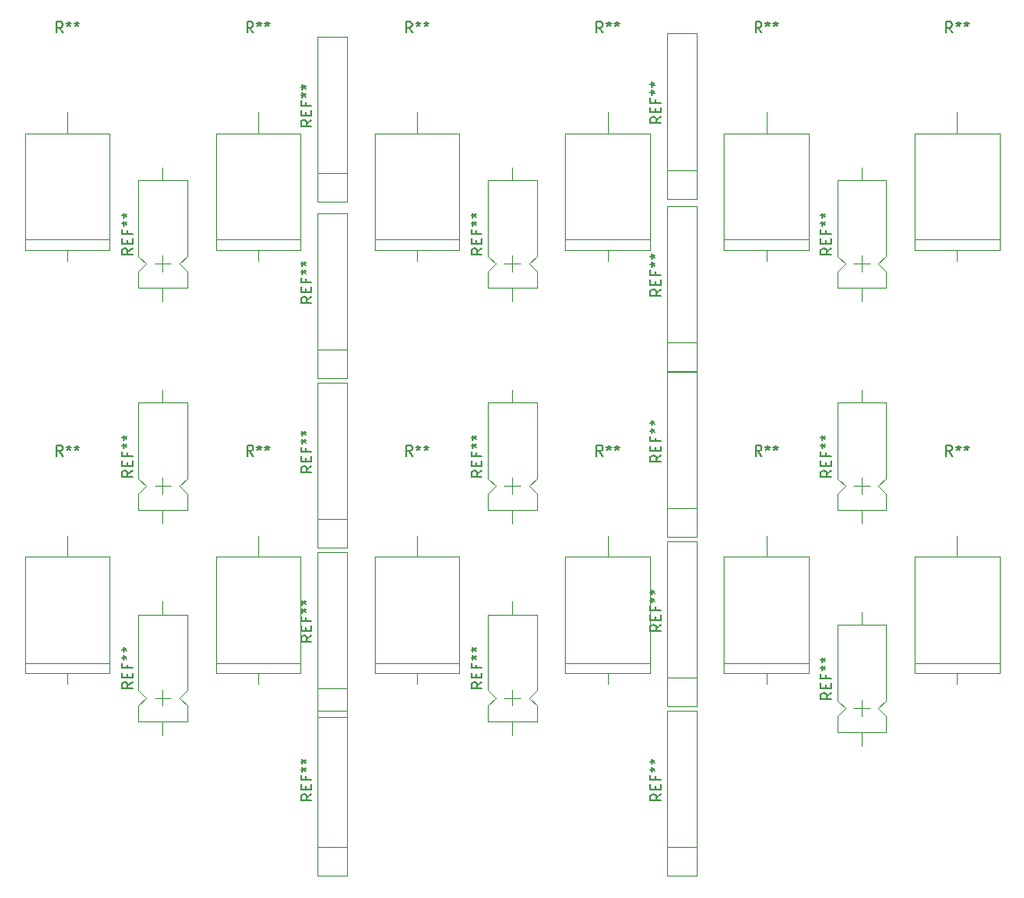
<source format=gbr>
%TF.GenerationSoftware,KiCad,Pcbnew,(5.1.4)-1*%
%TF.CreationDate,2021-02-25T21:00:52+08:00*%
%TF.ProjectId,Coax_fix,436f6178-5f66-4697-982e-6b696361645f,rev?*%
%TF.SameCoordinates,Original*%
%TF.FileFunction,Legend,Top*%
%TF.FilePolarity,Positive*%
%FSLAX46Y46*%
G04 Gerber Fmt 4.6, Leading zero omitted, Abs format (unit mm)*
G04 Created by KiCad (PCBNEW (5.1.4)-1) date 2021-02-25 21:00:52*
%MOMM*%
%LPD*%
G04 APERTURE LIST*
%ADD10C,0.120000*%
%ADD11C,0.150000*%
G04 APERTURE END LIST*
D10*
X106600000Y-115140000D02*
X109400000Y-115140000D01*
X109400000Y-115140000D02*
X109400000Y-99560000D01*
X109400000Y-99560000D02*
X106600000Y-99560000D01*
X106600000Y-99560000D02*
X106600000Y-115140000D01*
X106600000Y-112430000D02*
X109400000Y-112430000D01*
X106600000Y-51140000D02*
X109400000Y-51140000D01*
X109400000Y-51140000D02*
X109400000Y-35560000D01*
X109400000Y-35560000D02*
X106600000Y-35560000D01*
X106600000Y-35560000D02*
X106600000Y-51140000D01*
X106600000Y-48430000D02*
X109400000Y-48430000D01*
X73600000Y-115140000D02*
X76400000Y-115140000D01*
X76400000Y-115140000D02*
X76400000Y-99560000D01*
X76400000Y-99560000D02*
X73600000Y-99560000D01*
X73600000Y-99560000D02*
X73600000Y-115140000D01*
X73600000Y-112430000D02*
X76400000Y-112430000D01*
X73600000Y-100140000D02*
X76400000Y-100140000D01*
X76400000Y-100140000D02*
X76400000Y-84560000D01*
X76400000Y-84560000D02*
X73600000Y-84560000D01*
X73600000Y-84560000D02*
X73600000Y-100140000D01*
X73600000Y-97430000D02*
X76400000Y-97430000D01*
X73600000Y-84140000D02*
X76400000Y-84140000D01*
X76400000Y-84140000D02*
X76400000Y-68560000D01*
X76400000Y-68560000D02*
X73600000Y-68560000D01*
X73600000Y-68560000D02*
X73600000Y-84140000D01*
X73600000Y-81430000D02*
X76400000Y-81430000D01*
X125000000Y-100050000D02*
X125000000Y-98550000D01*
X124250000Y-99300000D02*
X125750000Y-99300000D01*
X122690000Y-101560000D02*
X127310000Y-101560000D01*
X122690000Y-91440000D02*
X127310000Y-91440000D01*
X122690000Y-101560000D02*
X122690000Y-100060000D01*
X122690000Y-100060000D02*
X123440000Y-99310000D01*
X123440000Y-99310000D02*
X122690000Y-98560000D01*
X122690000Y-98560000D02*
X122690000Y-91440000D01*
X127310000Y-101560000D02*
X127310000Y-100060000D01*
X127310000Y-100060000D02*
X126560000Y-99310000D01*
X126560000Y-99310000D02*
X127310000Y-98560000D01*
X127310000Y-98560000D02*
X127310000Y-91440000D01*
X125000000Y-102820000D02*
X125000000Y-101560000D01*
X125000000Y-90180000D02*
X125000000Y-91440000D01*
X92000000Y-99050000D02*
X92000000Y-97550000D01*
X91250000Y-98300000D02*
X92750000Y-98300000D01*
X89690000Y-100560000D02*
X94310000Y-100560000D01*
X89690000Y-90440000D02*
X94310000Y-90440000D01*
X89690000Y-100560000D02*
X89690000Y-99060000D01*
X89690000Y-99060000D02*
X90440000Y-98310000D01*
X90440000Y-98310000D02*
X89690000Y-97560000D01*
X89690000Y-97560000D02*
X89690000Y-90440000D01*
X94310000Y-100560000D02*
X94310000Y-99060000D01*
X94310000Y-99060000D02*
X93560000Y-98310000D01*
X93560000Y-98310000D02*
X94310000Y-97560000D01*
X94310000Y-97560000D02*
X94310000Y-90440000D01*
X92000000Y-101820000D02*
X92000000Y-100560000D01*
X92000000Y-89180000D02*
X92000000Y-90440000D01*
X59000000Y-99050000D02*
X59000000Y-97550000D01*
X58250000Y-98300000D02*
X59750000Y-98300000D01*
X56690000Y-100560000D02*
X61310000Y-100560000D01*
X56690000Y-90440000D02*
X61310000Y-90440000D01*
X56690000Y-100560000D02*
X56690000Y-99060000D01*
X56690000Y-99060000D02*
X57440000Y-98310000D01*
X57440000Y-98310000D02*
X56690000Y-97560000D01*
X56690000Y-97560000D02*
X56690000Y-90440000D01*
X61310000Y-100560000D02*
X61310000Y-99060000D01*
X61310000Y-99060000D02*
X60560000Y-98310000D01*
X60560000Y-98310000D02*
X61310000Y-97560000D01*
X61310000Y-97560000D02*
X61310000Y-90440000D01*
X59000000Y-101820000D02*
X59000000Y-100560000D01*
X59000000Y-89180000D02*
X59000000Y-90440000D01*
X59000000Y-79050000D02*
X59000000Y-77550000D01*
X58250000Y-78300000D02*
X59750000Y-78300000D01*
X56690000Y-80560000D02*
X61310000Y-80560000D01*
X56690000Y-70440000D02*
X61310000Y-70440000D01*
X56690000Y-80560000D02*
X56690000Y-79060000D01*
X56690000Y-79060000D02*
X57440000Y-78310000D01*
X57440000Y-78310000D02*
X56690000Y-77560000D01*
X56690000Y-77560000D02*
X56690000Y-70440000D01*
X61310000Y-80560000D02*
X61310000Y-79060000D01*
X61310000Y-79060000D02*
X60560000Y-78310000D01*
X60560000Y-78310000D02*
X61310000Y-77560000D01*
X61310000Y-77560000D02*
X61310000Y-70440000D01*
X59000000Y-81820000D02*
X59000000Y-80560000D01*
X59000000Y-69180000D02*
X59000000Y-70440000D01*
X92000000Y-79050000D02*
X92000000Y-77550000D01*
X91250000Y-78300000D02*
X92750000Y-78300000D01*
X89690000Y-80560000D02*
X94310000Y-80560000D01*
X89690000Y-70440000D02*
X94310000Y-70440000D01*
X89690000Y-80560000D02*
X89690000Y-79060000D01*
X89690000Y-79060000D02*
X90440000Y-78310000D01*
X90440000Y-78310000D02*
X89690000Y-77560000D01*
X89690000Y-77560000D02*
X89690000Y-70440000D01*
X94310000Y-80560000D02*
X94310000Y-79060000D01*
X94310000Y-79060000D02*
X93560000Y-78310000D01*
X93560000Y-78310000D02*
X94310000Y-77560000D01*
X94310000Y-77560000D02*
X94310000Y-70440000D01*
X92000000Y-81820000D02*
X92000000Y-80560000D01*
X92000000Y-69180000D02*
X92000000Y-70440000D01*
X125000000Y-79050000D02*
X125000000Y-77550000D01*
X124250000Y-78300000D02*
X125750000Y-78300000D01*
X122690000Y-80560000D02*
X127310000Y-80560000D01*
X122690000Y-70440000D02*
X127310000Y-70440000D01*
X122690000Y-80560000D02*
X122690000Y-79060000D01*
X122690000Y-79060000D02*
X123440000Y-78310000D01*
X123440000Y-78310000D02*
X122690000Y-77560000D01*
X122690000Y-77560000D02*
X122690000Y-70440000D01*
X127310000Y-80560000D02*
X127310000Y-79060000D01*
X127310000Y-79060000D02*
X126560000Y-78310000D01*
X126560000Y-78310000D02*
X127310000Y-77560000D01*
X127310000Y-77560000D02*
X127310000Y-70440000D01*
X125000000Y-81820000D02*
X125000000Y-80560000D01*
X125000000Y-69180000D02*
X125000000Y-70440000D01*
X125000000Y-58050000D02*
X125000000Y-56550000D01*
X124250000Y-57300000D02*
X125750000Y-57300000D01*
X122690000Y-59560000D02*
X127310000Y-59560000D01*
X122690000Y-49440000D02*
X127310000Y-49440000D01*
X122690000Y-59560000D02*
X122690000Y-58060000D01*
X122690000Y-58060000D02*
X123440000Y-57310000D01*
X123440000Y-57310000D02*
X122690000Y-56560000D01*
X122690000Y-56560000D02*
X122690000Y-49440000D01*
X127310000Y-59560000D02*
X127310000Y-58060000D01*
X127310000Y-58060000D02*
X126560000Y-57310000D01*
X126560000Y-57310000D02*
X127310000Y-56560000D01*
X127310000Y-56560000D02*
X127310000Y-49440000D01*
X125000000Y-60820000D02*
X125000000Y-59560000D01*
X125000000Y-48180000D02*
X125000000Y-49440000D01*
X92000000Y-58050000D02*
X92000000Y-56550000D01*
X91250000Y-57300000D02*
X92750000Y-57300000D01*
X89690000Y-59560000D02*
X94310000Y-59560000D01*
X89690000Y-49440000D02*
X94310000Y-49440000D01*
X89690000Y-59560000D02*
X89690000Y-58060000D01*
X89690000Y-58060000D02*
X90440000Y-57310000D01*
X90440000Y-57310000D02*
X89690000Y-56560000D01*
X89690000Y-56560000D02*
X89690000Y-49440000D01*
X94310000Y-59560000D02*
X94310000Y-58060000D01*
X94310000Y-58060000D02*
X93560000Y-57310000D01*
X93560000Y-57310000D02*
X94310000Y-56560000D01*
X94310000Y-56560000D02*
X94310000Y-49440000D01*
X92000000Y-60820000D02*
X92000000Y-59560000D01*
X92000000Y-48180000D02*
X92000000Y-49440000D01*
X59000000Y-48180000D02*
X59000000Y-49440000D01*
X59000000Y-60820000D02*
X59000000Y-59560000D01*
X61310000Y-56560000D02*
X61310000Y-49440000D01*
X60560000Y-57310000D02*
X61310000Y-56560000D01*
X61310000Y-58060000D02*
X60560000Y-57310000D01*
X61310000Y-59560000D02*
X61310000Y-58060000D01*
X56690000Y-56560000D02*
X56690000Y-49440000D01*
X57440000Y-57310000D02*
X56690000Y-56560000D01*
X56690000Y-58060000D02*
X57440000Y-57310000D01*
X56690000Y-59560000D02*
X56690000Y-58060000D01*
X56690000Y-49440000D02*
X61310000Y-49440000D01*
X56690000Y-59560000D02*
X61310000Y-59560000D01*
X58250000Y-57300000D02*
X59750000Y-57300000D01*
X59000000Y-58050000D02*
X59000000Y-56550000D01*
X106600000Y-99140000D02*
X109400000Y-99140000D01*
X109400000Y-99140000D02*
X109400000Y-83560000D01*
X109400000Y-83560000D02*
X106600000Y-83560000D01*
X106600000Y-83560000D02*
X106600000Y-99140000D01*
X106600000Y-96430000D02*
X109400000Y-96430000D01*
X106600000Y-83140000D02*
X109400000Y-83140000D01*
X109400000Y-83140000D02*
X109400000Y-67560000D01*
X109400000Y-67560000D02*
X106600000Y-67560000D01*
X106600000Y-67560000D02*
X106600000Y-83140000D01*
X106600000Y-80430000D02*
X109400000Y-80430000D01*
X73600000Y-51440000D02*
X76400000Y-51440000D01*
X76400000Y-51440000D02*
X76400000Y-35860000D01*
X76400000Y-35860000D02*
X73600000Y-35860000D01*
X73600000Y-35860000D02*
X73600000Y-51440000D01*
X73600000Y-48730000D02*
X76400000Y-48730000D01*
X106600000Y-67440000D02*
X109400000Y-67440000D01*
X109400000Y-67440000D02*
X109400000Y-51860000D01*
X109400000Y-51860000D02*
X106600000Y-51860000D01*
X106600000Y-51860000D02*
X106600000Y-67440000D01*
X106600000Y-64730000D02*
X109400000Y-64730000D01*
X73600000Y-65430000D02*
X76400000Y-65430000D01*
X73600000Y-52560000D02*
X73600000Y-68140000D01*
X76400000Y-52560000D02*
X73600000Y-52560000D01*
X76400000Y-68140000D02*
X76400000Y-52560000D01*
X73600000Y-68140000D02*
X76400000Y-68140000D01*
X79000000Y-95000000D02*
X87000000Y-95000000D01*
X83000000Y-96000000D02*
X83000000Y-97000000D01*
X83000000Y-85000000D02*
X83000000Y-83000000D01*
X79000000Y-85000000D02*
X87000000Y-85000000D01*
X87000000Y-85000000D02*
X87000000Y-96000000D01*
X79000000Y-96000000D02*
X87000000Y-96000000D01*
X79000000Y-85000000D02*
X79000000Y-96000000D01*
X130000000Y-55000000D02*
X138000000Y-55000000D01*
X134000000Y-56000000D02*
X134000000Y-57000000D01*
X134000000Y-45000000D02*
X134000000Y-43000000D01*
X130000000Y-45000000D02*
X138000000Y-45000000D01*
X138000000Y-45000000D02*
X138000000Y-56000000D01*
X130000000Y-56000000D02*
X138000000Y-56000000D01*
X130000000Y-45000000D02*
X130000000Y-56000000D01*
X130000000Y-85000000D02*
X130000000Y-96000000D01*
X130000000Y-96000000D02*
X138000000Y-96000000D01*
X138000000Y-85000000D02*
X138000000Y-96000000D01*
X130000000Y-85000000D02*
X138000000Y-85000000D01*
X134000000Y-85000000D02*
X134000000Y-83000000D01*
X134000000Y-96000000D02*
X134000000Y-97000000D01*
X130000000Y-95000000D02*
X138000000Y-95000000D01*
X112000000Y-45000000D02*
X112000000Y-56000000D01*
X112000000Y-56000000D02*
X120000000Y-56000000D01*
X120000000Y-45000000D02*
X120000000Y-56000000D01*
X112000000Y-45000000D02*
X120000000Y-45000000D01*
X116000000Y-45000000D02*
X116000000Y-43000000D01*
X116000000Y-56000000D02*
X116000000Y-57000000D01*
X112000000Y-55000000D02*
X120000000Y-55000000D01*
X112000000Y-95000000D02*
X120000000Y-95000000D01*
X116000000Y-96000000D02*
X116000000Y-97000000D01*
X116000000Y-85000000D02*
X116000000Y-83000000D01*
X112000000Y-85000000D02*
X120000000Y-85000000D01*
X120000000Y-85000000D02*
X120000000Y-96000000D01*
X112000000Y-96000000D02*
X120000000Y-96000000D01*
X112000000Y-85000000D02*
X112000000Y-96000000D01*
X97000000Y-55000000D02*
X105000000Y-55000000D01*
X101000000Y-56000000D02*
X101000000Y-57000000D01*
X101000000Y-45000000D02*
X101000000Y-43000000D01*
X97000000Y-45000000D02*
X105000000Y-45000000D01*
X105000000Y-45000000D02*
X105000000Y-56000000D01*
X97000000Y-56000000D02*
X105000000Y-56000000D01*
X97000000Y-45000000D02*
X97000000Y-56000000D01*
X97000000Y-85000000D02*
X97000000Y-96000000D01*
X97000000Y-96000000D02*
X105000000Y-96000000D01*
X105000000Y-85000000D02*
X105000000Y-96000000D01*
X97000000Y-85000000D02*
X105000000Y-85000000D01*
X101000000Y-85000000D02*
X101000000Y-83000000D01*
X101000000Y-96000000D02*
X101000000Y-97000000D01*
X97000000Y-95000000D02*
X105000000Y-95000000D01*
X79000000Y-45000000D02*
X79000000Y-56000000D01*
X79000000Y-56000000D02*
X87000000Y-56000000D01*
X87000000Y-45000000D02*
X87000000Y-56000000D01*
X79000000Y-45000000D02*
X87000000Y-45000000D01*
X83000000Y-45000000D02*
X83000000Y-43000000D01*
X83000000Y-56000000D02*
X83000000Y-57000000D01*
X79000000Y-55000000D02*
X87000000Y-55000000D01*
X64000000Y-95000000D02*
X72000000Y-95000000D01*
X68000000Y-96000000D02*
X68000000Y-97000000D01*
X68000000Y-85000000D02*
X68000000Y-83000000D01*
X64000000Y-85000000D02*
X72000000Y-85000000D01*
X72000000Y-85000000D02*
X72000000Y-96000000D01*
X64000000Y-96000000D02*
X72000000Y-96000000D01*
X64000000Y-85000000D02*
X64000000Y-96000000D01*
X46000000Y-85000000D02*
X46000000Y-96000000D01*
X46000000Y-96000000D02*
X54000000Y-96000000D01*
X54000000Y-85000000D02*
X54000000Y-96000000D01*
X46000000Y-85000000D02*
X54000000Y-85000000D01*
X50000000Y-85000000D02*
X50000000Y-83000000D01*
X50000000Y-96000000D02*
X50000000Y-97000000D01*
X46000000Y-95000000D02*
X54000000Y-95000000D01*
X64000000Y-45000000D02*
X64000000Y-56000000D01*
X64000000Y-56000000D02*
X72000000Y-56000000D01*
X72000000Y-45000000D02*
X72000000Y-56000000D01*
X64000000Y-45000000D02*
X72000000Y-45000000D01*
X68000000Y-45000000D02*
X68000000Y-43000000D01*
X68000000Y-56000000D02*
X68000000Y-57000000D01*
X64000000Y-55000000D02*
X72000000Y-55000000D01*
X46000000Y-55000000D02*
X54000000Y-55000000D01*
X50000000Y-56000000D02*
X50000000Y-57000000D01*
X50000000Y-45000000D02*
X50000000Y-43000000D01*
X46000000Y-45000000D02*
X54000000Y-45000000D01*
X54000000Y-45000000D02*
X54000000Y-56000000D01*
X46000000Y-56000000D02*
X54000000Y-56000000D01*
X46000000Y-45000000D02*
X46000000Y-56000000D01*
D11*
X106052380Y-107413333D02*
X105576190Y-107746666D01*
X106052380Y-107984761D02*
X105052380Y-107984761D01*
X105052380Y-107603809D01*
X105100000Y-107508571D01*
X105147619Y-107460952D01*
X105242857Y-107413333D01*
X105385714Y-107413333D01*
X105480952Y-107460952D01*
X105528571Y-107508571D01*
X105576190Y-107603809D01*
X105576190Y-107984761D01*
X105528571Y-106984761D02*
X105528571Y-106651428D01*
X106052380Y-106508571D02*
X106052380Y-106984761D01*
X105052380Y-106984761D01*
X105052380Y-106508571D01*
X105528571Y-105746666D02*
X105528571Y-106080000D01*
X106052380Y-106080000D02*
X105052380Y-106080000D01*
X105052380Y-105603809D01*
X105052380Y-105080000D02*
X105290476Y-105080000D01*
X105195238Y-105318095D02*
X105290476Y-105080000D01*
X105195238Y-104841904D01*
X105480952Y-105222857D02*
X105290476Y-105080000D01*
X105480952Y-104937142D01*
X105052380Y-104318095D02*
X105290476Y-104318095D01*
X105195238Y-104556190D02*
X105290476Y-104318095D01*
X105195238Y-104080000D01*
X105480952Y-104460952D02*
X105290476Y-104318095D01*
X105480952Y-104175238D01*
X106052380Y-43413333D02*
X105576190Y-43746666D01*
X106052380Y-43984761D02*
X105052380Y-43984761D01*
X105052380Y-43603809D01*
X105100000Y-43508571D01*
X105147619Y-43460952D01*
X105242857Y-43413333D01*
X105385714Y-43413333D01*
X105480952Y-43460952D01*
X105528571Y-43508571D01*
X105576190Y-43603809D01*
X105576190Y-43984761D01*
X105528571Y-42984761D02*
X105528571Y-42651428D01*
X106052380Y-42508571D02*
X106052380Y-42984761D01*
X105052380Y-42984761D01*
X105052380Y-42508571D01*
X105528571Y-41746666D02*
X105528571Y-42080000D01*
X106052380Y-42080000D02*
X105052380Y-42080000D01*
X105052380Y-41603809D01*
X105052380Y-41080000D02*
X105290476Y-41080000D01*
X105195238Y-41318095D02*
X105290476Y-41080000D01*
X105195238Y-40841904D01*
X105480952Y-41222857D02*
X105290476Y-41080000D01*
X105480952Y-40937142D01*
X105052380Y-40318095D02*
X105290476Y-40318095D01*
X105195238Y-40556190D02*
X105290476Y-40318095D01*
X105195238Y-40080000D01*
X105480952Y-40460952D02*
X105290476Y-40318095D01*
X105480952Y-40175238D01*
X73052380Y-107413333D02*
X72576190Y-107746666D01*
X73052380Y-107984761D02*
X72052380Y-107984761D01*
X72052380Y-107603809D01*
X72100000Y-107508571D01*
X72147619Y-107460952D01*
X72242857Y-107413333D01*
X72385714Y-107413333D01*
X72480952Y-107460952D01*
X72528571Y-107508571D01*
X72576190Y-107603809D01*
X72576190Y-107984761D01*
X72528571Y-106984761D02*
X72528571Y-106651428D01*
X73052380Y-106508571D02*
X73052380Y-106984761D01*
X72052380Y-106984761D01*
X72052380Y-106508571D01*
X72528571Y-105746666D02*
X72528571Y-106080000D01*
X73052380Y-106080000D02*
X72052380Y-106080000D01*
X72052380Y-105603809D01*
X72052380Y-105080000D02*
X72290476Y-105080000D01*
X72195238Y-105318095D02*
X72290476Y-105080000D01*
X72195238Y-104841904D01*
X72480952Y-105222857D02*
X72290476Y-105080000D01*
X72480952Y-104937142D01*
X72052380Y-104318095D02*
X72290476Y-104318095D01*
X72195238Y-104556190D02*
X72290476Y-104318095D01*
X72195238Y-104080000D01*
X72480952Y-104460952D02*
X72290476Y-104318095D01*
X72480952Y-104175238D01*
X73052380Y-92413333D02*
X72576190Y-92746666D01*
X73052380Y-92984761D02*
X72052380Y-92984761D01*
X72052380Y-92603809D01*
X72100000Y-92508571D01*
X72147619Y-92460952D01*
X72242857Y-92413333D01*
X72385714Y-92413333D01*
X72480952Y-92460952D01*
X72528571Y-92508571D01*
X72576190Y-92603809D01*
X72576190Y-92984761D01*
X72528571Y-91984761D02*
X72528571Y-91651428D01*
X73052380Y-91508571D02*
X73052380Y-91984761D01*
X72052380Y-91984761D01*
X72052380Y-91508571D01*
X72528571Y-90746666D02*
X72528571Y-91080000D01*
X73052380Y-91080000D02*
X72052380Y-91080000D01*
X72052380Y-90603809D01*
X72052380Y-90080000D02*
X72290476Y-90080000D01*
X72195238Y-90318095D02*
X72290476Y-90080000D01*
X72195238Y-89841904D01*
X72480952Y-90222857D02*
X72290476Y-90080000D01*
X72480952Y-89937142D01*
X72052380Y-89318095D02*
X72290476Y-89318095D01*
X72195238Y-89556190D02*
X72290476Y-89318095D01*
X72195238Y-89080000D01*
X72480952Y-89460952D02*
X72290476Y-89318095D01*
X72480952Y-89175238D01*
X73052380Y-76413333D02*
X72576190Y-76746666D01*
X73052380Y-76984761D02*
X72052380Y-76984761D01*
X72052380Y-76603809D01*
X72100000Y-76508571D01*
X72147619Y-76460952D01*
X72242857Y-76413333D01*
X72385714Y-76413333D01*
X72480952Y-76460952D01*
X72528571Y-76508571D01*
X72576190Y-76603809D01*
X72576190Y-76984761D01*
X72528571Y-75984761D02*
X72528571Y-75651428D01*
X73052380Y-75508571D02*
X73052380Y-75984761D01*
X72052380Y-75984761D01*
X72052380Y-75508571D01*
X72528571Y-74746666D02*
X72528571Y-75080000D01*
X73052380Y-75080000D02*
X72052380Y-75080000D01*
X72052380Y-74603809D01*
X72052380Y-74080000D02*
X72290476Y-74080000D01*
X72195238Y-74318095D02*
X72290476Y-74080000D01*
X72195238Y-73841904D01*
X72480952Y-74222857D02*
X72290476Y-74080000D01*
X72480952Y-73937142D01*
X72052380Y-73318095D02*
X72290476Y-73318095D01*
X72195238Y-73556190D02*
X72290476Y-73318095D01*
X72195238Y-73080000D01*
X72480952Y-73460952D02*
X72290476Y-73318095D01*
X72480952Y-73175238D01*
X122142380Y-97833333D02*
X121666190Y-98166666D01*
X122142380Y-98404761D02*
X121142380Y-98404761D01*
X121142380Y-98023809D01*
X121190000Y-97928571D01*
X121237619Y-97880952D01*
X121332857Y-97833333D01*
X121475714Y-97833333D01*
X121570952Y-97880952D01*
X121618571Y-97928571D01*
X121666190Y-98023809D01*
X121666190Y-98404761D01*
X121618571Y-97404761D02*
X121618571Y-97071428D01*
X122142380Y-96928571D02*
X122142380Y-97404761D01*
X121142380Y-97404761D01*
X121142380Y-96928571D01*
X121618571Y-96166666D02*
X121618571Y-96500000D01*
X122142380Y-96500000D02*
X121142380Y-96500000D01*
X121142380Y-96023809D01*
X121142380Y-95500000D02*
X121380476Y-95500000D01*
X121285238Y-95738095D02*
X121380476Y-95500000D01*
X121285238Y-95261904D01*
X121570952Y-95642857D02*
X121380476Y-95500000D01*
X121570952Y-95357142D01*
X121142380Y-94738095D02*
X121380476Y-94738095D01*
X121285238Y-94976190D02*
X121380476Y-94738095D01*
X121285238Y-94500000D01*
X121570952Y-94880952D02*
X121380476Y-94738095D01*
X121570952Y-94595238D01*
X89142380Y-96833333D02*
X88666190Y-97166666D01*
X89142380Y-97404761D02*
X88142380Y-97404761D01*
X88142380Y-97023809D01*
X88190000Y-96928571D01*
X88237619Y-96880952D01*
X88332857Y-96833333D01*
X88475714Y-96833333D01*
X88570952Y-96880952D01*
X88618571Y-96928571D01*
X88666190Y-97023809D01*
X88666190Y-97404761D01*
X88618571Y-96404761D02*
X88618571Y-96071428D01*
X89142380Y-95928571D02*
X89142380Y-96404761D01*
X88142380Y-96404761D01*
X88142380Y-95928571D01*
X88618571Y-95166666D02*
X88618571Y-95500000D01*
X89142380Y-95500000D02*
X88142380Y-95500000D01*
X88142380Y-95023809D01*
X88142380Y-94500000D02*
X88380476Y-94500000D01*
X88285238Y-94738095D02*
X88380476Y-94500000D01*
X88285238Y-94261904D01*
X88570952Y-94642857D02*
X88380476Y-94500000D01*
X88570952Y-94357142D01*
X88142380Y-93738095D02*
X88380476Y-93738095D01*
X88285238Y-93976190D02*
X88380476Y-93738095D01*
X88285238Y-93500000D01*
X88570952Y-93880952D02*
X88380476Y-93738095D01*
X88570952Y-93595238D01*
X56142380Y-96833333D02*
X55666190Y-97166666D01*
X56142380Y-97404761D02*
X55142380Y-97404761D01*
X55142380Y-97023809D01*
X55190000Y-96928571D01*
X55237619Y-96880952D01*
X55332857Y-96833333D01*
X55475714Y-96833333D01*
X55570952Y-96880952D01*
X55618571Y-96928571D01*
X55666190Y-97023809D01*
X55666190Y-97404761D01*
X55618571Y-96404761D02*
X55618571Y-96071428D01*
X56142380Y-95928571D02*
X56142380Y-96404761D01*
X55142380Y-96404761D01*
X55142380Y-95928571D01*
X55618571Y-95166666D02*
X55618571Y-95500000D01*
X56142380Y-95500000D02*
X55142380Y-95500000D01*
X55142380Y-95023809D01*
X55142380Y-94500000D02*
X55380476Y-94500000D01*
X55285238Y-94738095D02*
X55380476Y-94500000D01*
X55285238Y-94261904D01*
X55570952Y-94642857D02*
X55380476Y-94500000D01*
X55570952Y-94357142D01*
X55142380Y-93738095D02*
X55380476Y-93738095D01*
X55285238Y-93976190D02*
X55380476Y-93738095D01*
X55285238Y-93500000D01*
X55570952Y-93880952D02*
X55380476Y-93738095D01*
X55570952Y-93595238D01*
X56142380Y-76833333D02*
X55666190Y-77166666D01*
X56142380Y-77404761D02*
X55142380Y-77404761D01*
X55142380Y-77023809D01*
X55190000Y-76928571D01*
X55237619Y-76880952D01*
X55332857Y-76833333D01*
X55475714Y-76833333D01*
X55570952Y-76880952D01*
X55618571Y-76928571D01*
X55666190Y-77023809D01*
X55666190Y-77404761D01*
X55618571Y-76404761D02*
X55618571Y-76071428D01*
X56142380Y-75928571D02*
X56142380Y-76404761D01*
X55142380Y-76404761D01*
X55142380Y-75928571D01*
X55618571Y-75166666D02*
X55618571Y-75500000D01*
X56142380Y-75500000D02*
X55142380Y-75500000D01*
X55142380Y-75023809D01*
X55142380Y-74500000D02*
X55380476Y-74500000D01*
X55285238Y-74738095D02*
X55380476Y-74500000D01*
X55285238Y-74261904D01*
X55570952Y-74642857D02*
X55380476Y-74500000D01*
X55570952Y-74357142D01*
X55142380Y-73738095D02*
X55380476Y-73738095D01*
X55285238Y-73976190D02*
X55380476Y-73738095D01*
X55285238Y-73500000D01*
X55570952Y-73880952D02*
X55380476Y-73738095D01*
X55570952Y-73595238D01*
X89142380Y-76833333D02*
X88666190Y-77166666D01*
X89142380Y-77404761D02*
X88142380Y-77404761D01*
X88142380Y-77023809D01*
X88190000Y-76928571D01*
X88237619Y-76880952D01*
X88332857Y-76833333D01*
X88475714Y-76833333D01*
X88570952Y-76880952D01*
X88618571Y-76928571D01*
X88666190Y-77023809D01*
X88666190Y-77404761D01*
X88618571Y-76404761D02*
X88618571Y-76071428D01*
X89142380Y-75928571D02*
X89142380Y-76404761D01*
X88142380Y-76404761D01*
X88142380Y-75928571D01*
X88618571Y-75166666D02*
X88618571Y-75500000D01*
X89142380Y-75500000D02*
X88142380Y-75500000D01*
X88142380Y-75023809D01*
X88142380Y-74500000D02*
X88380476Y-74500000D01*
X88285238Y-74738095D02*
X88380476Y-74500000D01*
X88285238Y-74261904D01*
X88570952Y-74642857D02*
X88380476Y-74500000D01*
X88570952Y-74357142D01*
X88142380Y-73738095D02*
X88380476Y-73738095D01*
X88285238Y-73976190D02*
X88380476Y-73738095D01*
X88285238Y-73500000D01*
X88570952Y-73880952D02*
X88380476Y-73738095D01*
X88570952Y-73595238D01*
X122142380Y-76833333D02*
X121666190Y-77166666D01*
X122142380Y-77404761D02*
X121142380Y-77404761D01*
X121142380Y-77023809D01*
X121190000Y-76928571D01*
X121237619Y-76880952D01*
X121332857Y-76833333D01*
X121475714Y-76833333D01*
X121570952Y-76880952D01*
X121618571Y-76928571D01*
X121666190Y-77023809D01*
X121666190Y-77404761D01*
X121618571Y-76404761D02*
X121618571Y-76071428D01*
X122142380Y-75928571D02*
X122142380Y-76404761D01*
X121142380Y-76404761D01*
X121142380Y-75928571D01*
X121618571Y-75166666D02*
X121618571Y-75500000D01*
X122142380Y-75500000D02*
X121142380Y-75500000D01*
X121142380Y-75023809D01*
X121142380Y-74500000D02*
X121380476Y-74500000D01*
X121285238Y-74738095D02*
X121380476Y-74500000D01*
X121285238Y-74261904D01*
X121570952Y-74642857D02*
X121380476Y-74500000D01*
X121570952Y-74357142D01*
X121142380Y-73738095D02*
X121380476Y-73738095D01*
X121285238Y-73976190D02*
X121380476Y-73738095D01*
X121285238Y-73500000D01*
X121570952Y-73880952D02*
X121380476Y-73738095D01*
X121570952Y-73595238D01*
X122142380Y-55833333D02*
X121666190Y-56166666D01*
X122142380Y-56404761D02*
X121142380Y-56404761D01*
X121142380Y-56023809D01*
X121190000Y-55928571D01*
X121237619Y-55880952D01*
X121332857Y-55833333D01*
X121475714Y-55833333D01*
X121570952Y-55880952D01*
X121618571Y-55928571D01*
X121666190Y-56023809D01*
X121666190Y-56404761D01*
X121618571Y-55404761D02*
X121618571Y-55071428D01*
X122142380Y-54928571D02*
X122142380Y-55404761D01*
X121142380Y-55404761D01*
X121142380Y-54928571D01*
X121618571Y-54166666D02*
X121618571Y-54500000D01*
X122142380Y-54500000D02*
X121142380Y-54500000D01*
X121142380Y-54023809D01*
X121142380Y-53500000D02*
X121380476Y-53500000D01*
X121285238Y-53738095D02*
X121380476Y-53500000D01*
X121285238Y-53261904D01*
X121570952Y-53642857D02*
X121380476Y-53500000D01*
X121570952Y-53357142D01*
X121142380Y-52738095D02*
X121380476Y-52738095D01*
X121285238Y-52976190D02*
X121380476Y-52738095D01*
X121285238Y-52500000D01*
X121570952Y-52880952D02*
X121380476Y-52738095D01*
X121570952Y-52595238D01*
X89142380Y-55833333D02*
X88666190Y-56166666D01*
X89142380Y-56404761D02*
X88142380Y-56404761D01*
X88142380Y-56023809D01*
X88190000Y-55928571D01*
X88237619Y-55880952D01*
X88332857Y-55833333D01*
X88475714Y-55833333D01*
X88570952Y-55880952D01*
X88618571Y-55928571D01*
X88666190Y-56023809D01*
X88666190Y-56404761D01*
X88618571Y-55404761D02*
X88618571Y-55071428D01*
X89142380Y-54928571D02*
X89142380Y-55404761D01*
X88142380Y-55404761D01*
X88142380Y-54928571D01*
X88618571Y-54166666D02*
X88618571Y-54500000D01*
X89142380Y-54500000D02*
X88142380Y-54500000D01*
X88142380Y-54023809D01*
X88142380Y-53500000D02*
X88380476Y-53500000D01*
X88285238Y-53738095D02*
X88380476Y-53500000D01*
X88285238Y-53261904D01*
X88570952Y-53642857D02*
X88380476Y-53500000D01*
X88570952Y-53357142D01*
X88142380Y-52738095D02*
X88380476Y-52738095D01*
X88285238Y-52976190D02*
X88380476Y-52738095D01*
X88285238Y-52500000D01*
X88570952Y-52880952D02*
X88380476Y-52738095D01*
X88570952Y-52595238D01*
X56142380Y-55833333D02*
X55666190Y-56166666D01*
X56142380Y-56404761D02*
X55142380Y-56404761D01*
X55142380Y-56023809D01*
X55190000Y-55928571D01*
X55237619Y-55880952D01*
X55332857Y-55833333D01*
X55475714Y-55833333D01*
X55570952Y-55880952D01*
X55618571Y-55928571D01*
X55666190Y-56023809D01*
X55666190Y-56404761D01*
X55618571Y-55404761D02*
X55618571Y-55071428D01*
X56142380Y-54928571D02*
X56142380Y-55404761D01*
X55142380Y-55404761D01*
X55142380Y-54928571D01*
X55618571Y-54166666D02*
X55618571Y-54500000D01*
X56142380Y-54500000D02*
X55142380Y-54500000D01*
X55142380Y-54023809D01*
X55142380Y-53500000D02*
X55380476Y-53500000D01*
X55285238Y-53738095D02*
X55380476Y-53500000D01*
X55285238Y-53261904D01*
X55570952Y-53642857D02*
X55380476Y-53500000D01*
X55570952Y-53357142D01*
X55142380Y-52738095D02*
X55380476Y-52738095D01*
X55285238Y-52976190D02*
X55380476Y-52738095D01*
X55285238Y-52500000D01*
X55570952Y-52880952D02*
X55380476Y-52738095D01*
X55570952Y-52595238D01*
X106052380Y-91413333D02*
X105576190Y-91746666D01*
X106052380Y-91984761D02*
X105052380Y-91984761D01*
X105052380Y-91603809D01*
X105100000Y-91508571D01*
X105147619Y-91460952D01*
X105242857Y-91413333D01*
X105385714Y-91413333D01*
X105480952Y-91460952D01*
X105528571Y-91508571D01*
X105576190Y-91603809D01*
X105576190Y-91984761D01*
X105528571Y-90984761D02*
X105528571Y-90651428D01*
X106052380Y-90508571D02*
X106052380Y-90984761D01*
X105052380Y-90984761D01*
X105052380Y-90508571D01*
X105528571Y-89746666D02*
X105528571Y-90080000D01*
X106052380Y-90080000D02*
X105052380Y-90080000D01*
X105052380Y-89603809D01*
X105052380Y-89080000D02*
X105290476Y-89080000D01*
X105195238Y-89318095D02*
X105290476Y-89080000D01*
X105195238Y-88841904D01*
X105480952Y-89222857D02*
X105290476Y-89080000D01*
X105480952Y-88937142D01*
X105052380Y-88318095D02*
X105290476Y-88318095D01*
X105195238Y-88556190D02*
X105290476Y-88318095D01*
X105195238Y-88080000D01*
X105480952Y-88460952D02*
X105290476Y-88318095D01*
X105480952Y-88175238D01*
X106052380Y-75413333D02*
X105576190Y-75746666D01*
X106052380Y-75984761D02*
X105052380Y-75984761D01*
X105052380Y-75603809D01*
X105100000Y-75508571D01*
X105147619Y-75460952D01*
X105242857Y-75413333D01*
X105385714Y-75413333D01*
X105480952Y-75460952D01*
X105528571Y-75508571D01*
X105576190Y-75603809D01*
X105576190Y-75984761D01*
X105528571Y-74984761D02*
X105528571Y-74651428D01*
X106052380Y-74508571D02*
X106052380Y-74984761D01*
X105052380Y-74984761D01*
X105052380Y-74508571D01*
X105528571Y-73746666D02*
X105528571Y-74080000D01*
X106052380Y-74080000D02*
X105052380Y-74080000D01*
X105052380Y-73603809D01*
X105052380Y-73080000D02*
X105290476Y-73080000D01*
X105195238Y-73318095D02*
X105290476Y-73080000D01*
X105195238Y-72841904D01*
X105480952Y-73222857D02*
X105290476Y-73080000D01*
X105480952Y-72937142D01*
X105052380Y-72318095D02*
X105290476Y-72318095D01*
X105195238Y-72556190D02*
X105290476Y-72318095D01*
X105195238Y-72080000D01*
X105480952Y-72460952D02*
X105290476Y-72318095D01*
X105480952Y-72175238D01*
X73052380Y-43713333D02*
X72576190Y-44046666D01*
X73052380Y-44284761D02*
X72052380Y-44284761D01*
X72052380Y-43903809D01*
X72100000Y-43808571D01*
X72147619Y-43760952D01*
X72242857Y-43713333D01*
X72385714Y-43713333D01*
X72480952Y-43760952D01*
X72528571Y-43808571D01*
X72576190Y-43903809D01*
X72576190Y-44284761D01*
X72528571Y-43284761D02*
X72528571Y-42951428D01*
X73052380Y-42808571D02*
X73052380Y-43284761D01*
X72052380Y-43284761D01*
X72052380Y-42808571D01*
X72528571Y-42046666D02*
X72528571Y-42380000D01*
X73052380Y-42380000D02*
X72052380Y-42380000D01*
X72052380Y-41903809D01*
X72052380Y-41380000D02*
X72290476Y-41380000D01*
X72195238Y-41618095D02*
X72290476Y-41380000D01*
X72195238Y-41141904D01*
X72480952Y-41522857D02*
X72290476Y-41380000D01*
X72480952Y-41237142D01*
X72052380Y-40618095D02*
X72290476Y-40618095D01*
X72195238Y-40856190D02*
X72290476Y-40618095D01*
X72195238Y-40380000D01*
X72480952Y-40760952D02*
X72290476Y-40618095D01*
X72480952Y-40475238D01*
X106052380Y-59713333D02*
X105576190Y-60046666D01*
X106052380Y-60284761D02*
X105052380Y-60284761D01*
X105052380Y-59903809D01*
X105100000Y-59808571D01*
X105147619Y-59760952D01*
X105242857Y-59713333D01*
X105385714Y-59713333D01*
X105480952Y-59760952D01*
X105528571Y-59808571D01*
X105576190Y-59903809D01*
X105576190Y-60284761D01*
X105528571Y-59284761D02*
X105528571Y-58951428D01*
X106052380Y-58808571D02*
X106052380Y-59284761D01*
X105052380Y-59284761D01*
X105052380Y-58808571D01*
X105528571Y-58046666D02*
X105528571Y-58380000D01*
X106052380Y-58380000D02*
X105052380Y-58380000D01*
X105052380Y-57903809D01*
X105052380Y-57380000D02*
X105290476Y-57380000D01*
X105195238Y-57618095D02*
X105290476Y-57380000D01*
X105195238Y-57141904D01*
X105480952Y-57522857D02*
X105290476Y-57380000D01*
X105480952Y-57237142D01*
X105052380Y-56618095D02*
X105290476Y-56618095D01*
X105195238Y-56856190D02*
X105290476Y-56618095D01*
X105195238Y-56380000D01*
X105480952Y-56760952D02*
X105290476Y-56618095D01*
X105480952Y-56475238D01*
X73052380Y-60413333D02*
X72576190Y-60746666D01*
X73052380Y-60984761D02*
X72052380Y-60984761D01*
X72052380Y-60603809D01*
X72100000Y-60508571D01*
X72147619Y-60460952D01*
X72242857Y-60413333D01*
X72385714Y-60413333D01*
X72480952Y-60460952D01*
X72528571Y-60508571D01*
X72576190Y-60603809D01*
X72576190Y-60984761D01*
X72528571Y-59984761D02*
X72528571Y-59651428D01*
X73052380Y-59508571D02*
X73052380Y-59984761D01*
X72052380Y-59984761D01*
X72052380Y-59508571D01*
X72528571Y-58746666D02*
X72528571Y-59080000D01*
X73052380Y-59080000D02*
X72052380Y-59080000D01*
X72052380Y-58603809D01*
X72052380Y-58080000D02*
X72290476Y-58080000D01*
X72195238Y-58318095D02*
X72290476Y-58080000D01*
X72195238Y-57841904D01*
X72480952Y-58222857D02*
X72290476Y-58080000D01*
X72480952Y-57937142D01*
X72052380Y-57318095D02*
X72290476Y-57318095D01*
X72195238Y-57556190D02*
X72290476Y-57318095D01*
X72195238Y-57080000D01*
X72480952Y-57460952D02*
X72290476Y-57318095D01*
X72480952Y-57175238D01*
X82547619Y-75452380D02*
X82214285Y-74976190D01*
X81976190Y-75452380D02*
X81976190Y-74452380D01*
X82357142Y-74452380D01*
X82452380Y-74500000D01*
X82500000Y-74547619D01*
X82547619Y-74642857D01*
X82547619Y-74785714D01*
X82500000Y-74880952D01*
X82452380Y-74928571D01*
X82357142Y-74976190D01*
X81976190Y-74976190D01*
X83119047Y-74452380D02*
X83119047Y-74690476D01*
X82880952Y-74595238D02*
X83119047Y-74690476D01*
X83357142Y-74595238D01*
X82976190Y-74880952D02*
X83119047Y-74690476D01*
X83261904Y-74880952D01*
X83880952Y-74452380D02*
X83880952Y-74690476D01*
X83642857Y-74595238D02*
X83880952Y-74690476D01*
X84119047Y-74595238D01*
X83738095Y-74880952D02*
X83880952Y-74690476D01*
X84023809Y-74880952D01*
X133547619Y-35452380D02*
X133214285Y-34976190D01*
X132976190Y-35452380D02*
X132976190Y-34452380D01*
X133357142Y-34452380D01*
X133452380Y-34500000D01*
X133500000Y-34547619D01*
X133547619Y-34642857D01*
X133547619Y-34785714D01*
X133500000Y-34880952D01*
X133452380Y-34928571D01*
X133357142Y-34976190D01*
X132976190Y-34976190D01*
X134119047Y-34452380D02*
X134119047Y-34690476D01*
X133880952Y-34595238D02*
X134119047Y-34690476D01*
X134357142Y-34595238D01*
X133976190Y-34880952D02*
X134119047Y-34690476D01*
X134261904Y-34880952D01*
X134880952Y-34452380D02*
X134880952Y-34690476D01*
X134642857Y-34595238D02*
X134880952Y-34690476D01*
X135119047Y-34595238D01*
X134738095Y-34880952D02*
X134880952Y-34690476D01*
X135023809Y-34880952D01*
X133547619Y-75452380D02*
X133214285Y-74976190D01*
X132976190Y-75452380D02*
X132976190Y-74452380D01*
X133357142Y-74452380D01*
X133452380Y-74500000D01*
X133500000Y-74547619D01*
X133547619Y-74642857D01*
X133547619Y-74785714D01*
X133500000Y-74880952D01*
X133452380Y-74928571D01*
X133357142Y-74976190D01*
X132976190Y-74976190D01*
X134119047Y-74452380D02*
X134119047Y-74690476D01*
X133880952Y-74595238D02*
X134119047Y-74690476D01*
X134357142Y-74595238D01*
X133976190Y-74880952D02*
X134119047Y-74690476D01*
X134261904Y-74880952D01*
X134880952Y-74452380D02*
X134880952Y-74690476D01*
X134642857Y-74595238D02*
X134880952Y-74690476D01*
X135119047Y-74595238D01*
X134738095Y-74880952D02*
X134880952Y-74690476D01*
X135023809Y-74880952D01*
X115547619Y-35452380D02*
X115214285Y-34976190D01*
X114976190Y-35452380D02*
X114976190Y-34452380D01*
X115357142Y-34452380D01*
X115452380Y-34500000D01*
X115500000Y-34547619D01*
X115547619Y-34642857D01*
X115547619Y-34785714D01*
X115500000Y-34880952D01*
X115452380Y-34928571D01*
X115357142Y-34976190D01*
X114976190Y-34976190D01*
X116119047Y-34452380D02*
X116119047Y-34690476D01*
X115880952Y-34595238D02*
X116119047Y-34690476D01*
X116357142Y-34595238D01*
X115976190Y-34880952D02*
X116119047Y-34690476D01*
X116261904Y-34880952D01*
X116880952Y-34452380D02*
X116880952Y-34690476D01*
X116642857Y-34595238D02*
X116880952Y-34690476D01*
X117119047Y-34595238D01*
X116738095Y-34880952D02*
X116880952Y-34690476D01*
X117023809Y-34880952D01*
X115547619Y-75452380D02*
X115214285Y-74976190D01*
X114976190Y-75452380D02*
X114976190Y-74452380D01*
X115357142Y-74452380D01*
X115452380Y-74500000D01*
X115500000Y-74547619D01*
X115547619Y-74642857D01*
X115547619Y-74785714D01*
X115500000Y-74880952D01*
X115452380Y-74928571D01*
X115357142Y-74976190D01*
X114976190Y-74976190D01*
X116119047Y-74452380D02*
X116119047Y-74690476D01*
X115880952Y-74595238D02*
X116119047Y-74690476D01*
X116357142Y-74595238D01*
X115976190Y-74880952D02*
X116119047Y-74690476D01*
X116261904Y-74880952D01*
X116880952Y-74452380D02*
X116880952Y-74690476D01*
X116642857Y-74595238D02*
X116880952Y-74690476D01*
X117119047Y-74595238D01*
X116738095Y-74880952D02*
X116880952Y-74690476D01*
X117023809Y-74880952D01*
X100547619Y-35452380D02*
X100214285Y-34976190D01*
X99976190Y-35452380D02*
X99976190Y-34452380D01*
X100357142Y-34452380D01*
X100452380Y-34500000D01*
X100500000Y-34547619D01*
X100547619Y-34642857D01*
X100547619Y-34785714D01*
X100500000Y-34880952D01*
X100452380Y-34928571D01*
X100357142Y-34976190D01*
X99976190Y-34976190D01*
X101119047Y-34452380D02*
X101119047Y-34690476D01*
X100880952Y-34595238D02*
X101119047Y-34690476D01*
X101357142Y-34595238D01*
X100976190Y-34880952D02*
X101119047Y-34690476D01*
X101261904Y-34880952D01*
X101880952Y-34452380D02*
X101880952Y-34690476D01*
X101642857Y-34595238D02*
X101880952Y-34690476D01*
X102119047Y-34595238D01*
X101738095Y-34880952D02*
X101880952Y-34690476D01*
X102023809Y-34880952D01*
X100547619Y-75452380D02*
X100214285Y-74976190D01*
X99976190Y-75452380D02*
X99976190Y-74452380D01*
X100357142Y-74452380D01*
X100452380Y-74500000D01*
X100500000Y-74547619D01*
X100547619Y-74642857D01*
X100547619Y-74785714D01*
X100500000Y-74880952D01*
X100452380Y-74928571D01*
X100357142Y-74976190D01*
X99976190Y-74976190D01*
X101119047Y-74452380D02*
X101119047Y-74690476D01*
X100880952Y-74595238D02*
X101119047Y-74690476D01*
X101357142Y-74595238D01*
X100976190Y-74880952D02*
X101119047Y-74690476D01*
X101261904Y-74880952D01*
X101880952Y-74452380D02*
X101880952Y-74690476D01*
X101642857Y-74595238D02*
X101880952Y-74690476D01*
X102119047Y-74595238D01*
X101738095Y-74880952D02*
X101880952Y-74690476D01*
X102023809Y-74880952D01*
X82547619Y-35452380D02*
X82214285Y-34976190D01*
X81976190Y-35452380D02*
X81976190Y-34452380D01*
X82357142Y-34452380D01*
X82452380Y-34500000D01*
X82500000Y-34547619D01*
X82547619Y-34642857D01*
X82547619Y-34785714D01*
X82500000Y-34880952D01*
X82452380Y-34928571D01*
X82357142Y-34976190D01*
X81976190Y-34976190D01*
X83119047Y-34452380D02*
X83119047Y-34690476D01*
X82880952Y-34595238D02*
X83119047Y-34690476D01*
X83357142Y-34595238D01*
X82976190Y-34880952D02*
X83119047Y-34690476D01*
X83261904Y-34880952D01*
X83880952Y-34452380D02*
X83880952Y-34690476D01*
X83642857Y-34595238D02*
X83880952Y-34690476D01*
X84119047Y-34595238D01*
X83738095Y-34880952D02*
X83880952Y-34690476D01*
X84023809Y-34880952D01*
X67547619Y-75452380D02*
X67214285Y-74976190D01*
X66976190Y-75452380D02*
X66976190Y-74452380D01*
X67357142Y-74452380D01*
X67452380Y-74500000D01*
X67500000Y-74547619D01*
X67547619Y-74642857D01*
X67547619Y-74785714D01*
X67500000Y-74880952D01*
X67452380Y-74928571D01*
X67357142Y-74976190D01*
X66976190Y-74976190D01*
X68119047Y-74452380D02*
X68119047Y-74690476D01*
X67880952Y-74595238D02*
X68119047Y-74690476D01*
X68357142Y-74595238D01*
X67976190Y-74880952D02*
X68119047Y-74690476D01*
X68261904Y-74880952D01*
X68880952Y-74452380D02*
X68880952Y-74690476D01*
X68642857Y-74595238D02*
X68880952Y-74690476D01*
X69119047Y-74595238D01*
X68738095Y-74880952D02*
X68880952Y-74690476D01*
X69023809Y-74880952D01*
X49547619Y-75452380D02*
X49214285Y-74976190D01*
X48976190Y-75452380D02*
X48976190Y-74452380D01*
X49357142Y-74452380D01*
X49452380Y-74500000D01*
X49500000Y-74547619D01*
X49547619Y-74642857D01*
X49547619Y-74785714D01*
X49500000Y-74880952D01*
X49452380Y-74928571D01*
X49357142Y-74976190D01*
X48976190Y-74976190D01*
X50119047Y-74452380D02*
X50119047Y-74690476D01*
X49880952Y-74595238D02*
X50119047Y-74690476D01*
X50357142Y-74595238D01*
X49976190Y-74880952D02*
X50119047Y-74690476D01*
X50261904Y-74880952D01*
X50880952Y-74452380D02*
X50880952Y-74690476D01*
X50642857Y-74595238D02*
X50880952Y-74690476D01*
X51119047Y-74595238D01*
X50738095Y-74880952D02*
X50880952Y-74690476D01*
X51023809Y-74880952D01*
X67547619Y-35452380D02*
X67214285Y-34976190D01*
X66976190Y-35452380D02*
X66976190Y-34452380D01*
X67357142Y-34452380D01*
X67452380Y-34500000D01*
X67500000Y-34547619D01*
X67547619Y-34642857D01*
X67547619Y-34785714D01*
X67500000Y-34880952D01*
X67452380Y-34928571D01*
X67357142Y-34976190D01*
X66976190Y-34976190D01*
X68119047Y-34452380D02*
X68119047Y-34690476D01*
X67880952Y-34595238D02*
X68119047Y-34690476D01*
X68357142Y-34595238D01*
X67976190Y-34880952D02*
X68119047Y-34690476D01*
X68261904Y-34880952D01*
X68880952Y-34452380D02*
X68880952Y-34690476D01*
X68642857Y-34595238D02*
X68880952Y-34690476D01*
X69119047Y-34595238D01*
X68738095Y-34880952D02*
X68880952Y-34690476D01*
X69023809Y-34880952D01*
X49547619Y-35452380D02*
X49214285Y-34976190D01*
X48976190Y-35452380D02*
X48976190Y-34452380D01*
X49357142Y-34452380D01*
X49452380Y-34500000D01*
X49500000Y-34547619D01*
X49547619Y-34642857D01*
X49547619Y-34785714D01*
X49500000Y-34880952D01*
X49452380Y-34928571D01*
X49357142Y-34976190D01*
X48976190Y-34976190D01*
X50119047Y-34452380D02*
X50119047Y-34690476D01*
X49880952Y-34595238D02*
X50119047Y-34690476D01*
X50357142Y-34595238D01*
X49976190Y-34880952D02*
X50119047Y-34690476D01*
X50261904Y-34880952D01*
X50880952Y-34452380D02*
X50880952Y-34690476D01*
X50642857Y-34595238D02*
X50880952Y-34690476D01*
X51119047Y-34595238D01*
X50738095Y-34880952D02*
X50880952Y-34690476D01*
X51023809Y-34880952D01*
M02*

</source>
